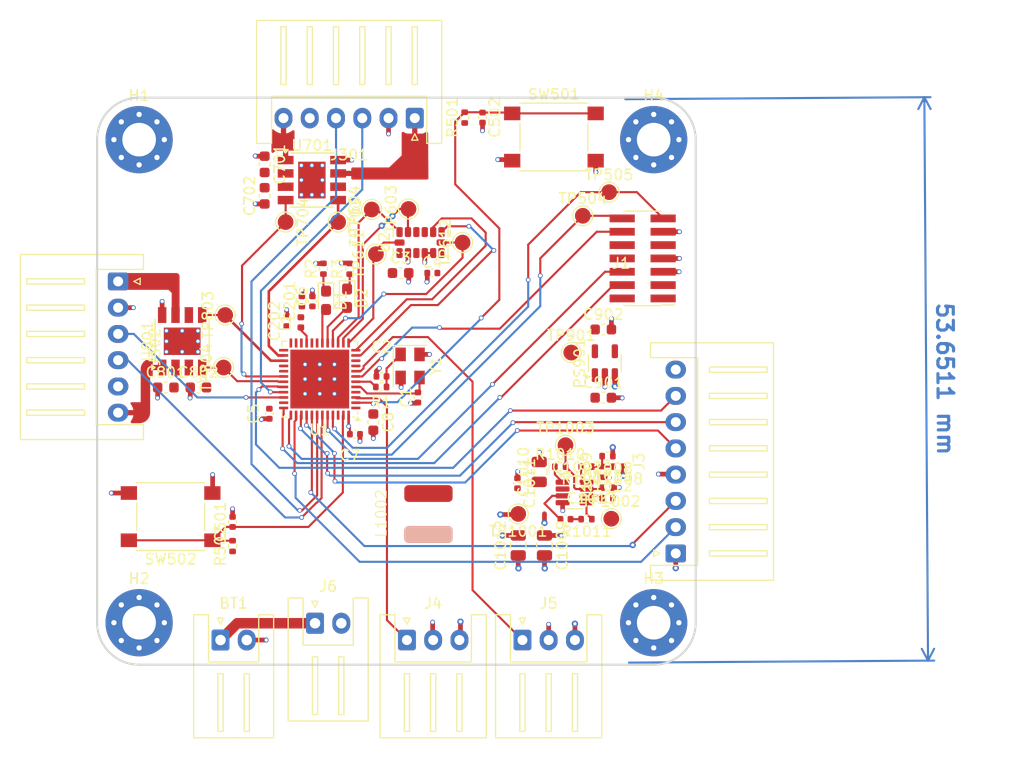
<source format=kicad_pcb>
(kicad_pcb (version 20240108) (generator "pcbnew") (generator_version "8.0")
  (title_block (title "Projet_VNOM"))
  (layers (0 "F.Cu" signal) (1 "In1.Cu" signal) (2 "In2.Cu" signal) (31 "B.Cu" signal) (34 "B.Paste" user) (35 "F.Paste" user) (36 "B.SilkS" user "B.Silkscreen") (37 "F.SilkS" user "F.Silkscreen") (38 "B.Mask" user) (39 "F.Mask" user) (44 "Edge.Cuts" user))
  (net 0 "")
  (net 1 "GND")
  (net 2 "Net-(BT1-+)")
  (net 3 "Net-(U1-PF0)")
  (net 4 "Net-(C2-Pad2)")
  (net 5 "+3.3V")
  (net 6 "+BATT")
  (net 7 "+5V")
  (net 8 "Net-(C1008-Pad2)")
  (net 9 "Net-(IC1002-SW)")
  (net 10 "Net-(C1013-Pad1)")
  (net 11 "Net-(IC1002-VCC)")
  (net 12 "/controle/LED_GREEN")
  (net 13 "Net-(D1-K)")
  (net 14 "/controle/LED_RED")
  (net 15 "Net-(D2-K)")
  (net 16 "Net-(IC1002-BST)")
  (net 17 "Net-(IC1002-PG)")
  (net 18 "Net-(IC1002-FB)")
  (net 19 "Net-(IC1002-EN{slash}SYNC)")
  (net 23 "/controle/SWCLK")
  (net 24 "/controle/VCP_RX")
  (net 26 "/controle/NRST")
  (net 27 "/controle/SWDIO")
  (net 29 "/controle/VCP_TX")
  (net 30 "/acquisition/EN_MOT")
  (net 31 "/acquisition/EN_LIDAR")
  (net 32 "/acquisition/VIT_MOT_LIDAR")
  (net 34 "/acquisition/RX_LIDAR")
  (net 35 "/acquisition/TX_LIDAR")
  (net 36 "/acquisition/TOF1")
  (net 37 "/acquisition/TOF2")
  (net 38 "/Deplacement/Driver_Motor1/OUT2")
  (net 39 "/Deplacement/Encoder B phase 1")
  (net 40 "/Deplacement/Encoder A phase 1")
  (net 41 "/Deplacement/Driver_Motor1/OUT1")
  (net 42 "/Deplacement/Encoder A phase 2")
  (net 43 "/Deplacement/Driver_Motor2/OUT1")
  (net 44 "/Deplacement/Encoder B phase 2")
  (net 45 "/Deplacement/Driver_Motor2/OUT2")
  (net 46 "Net-(U1-VDDA)")
  (net 48 "Net-(U1-PF1)")
  (net 49 "/controle/BTN_START")
  (net 50 "/controle/BTN_MODE")
  (net 53 "/acquisition/AG_MISO")
  (net 54 "/acquisition/AG_CSN")
  (net 55 "/acquisition/AG_INT2")
  (net 56 "/Deplacement/FWD2")
  (net 58 "/Deplacement/FWD1")
  (net 60 "/Deplacement/VREF1")
  (net 62 "/Deplacement/VREF2")
  (net 67 "/acquisition/AG_INT1")
  (net 68 "/acquisition/AG_MOSI")
  (net 69 "/acquisition/AG_SCLK")
  (footprint "Capacitor_SMD:C_0603_1608Metric" (layer "F.Cu") (at 89.2 63.575)
    (property "Reference" "C902")
    (property "Value" "1uF")
  )
  (footprint "Capacitor_SMD:C_0402_1005Metric" (layer "F.Cu") (at 81.025 78.22 -90)
    (property "Reference" "C1011")
    (property "Value" "0.1 uF")
  )
  (footprint "Capacitor_SMD:C_0402_1005Metric" (layer "F.Cu") (at 72.92 58.2 180)
    (property "Reference" "C4")
    (property "Value" "0.1 uF")
  )
  (footprint "Capacitor_SMD:C_0402_1005Metric" (layer "F.Cu") (at 68.08 68.05)
    (property "Reference" "C2")
    (property "Value" "10p")
  )
  (footprint "Resistor_SMD:R_0402_1005Metric" (layer "F.Cu") (at 89.1 77.14 -90)
    (property "Reference" "R1009")
    (property "Value" "7.68 k")
  )
  (footprint "TestPoint:TestPoint_Pad_D1.5mm" (layer "F.Cu") (at 67.55 56.4 90)
    (property "Reference" "TP611")
    (property "Value" "TestPoint")
  )
  (footprint "LED_SMD:LED_0603_1608Metric_Pad1.05x0.95mm_HandSolder" (layer "F.Cu") (at 62.8 60.8 -90)
    (property "Reference" "D1")
    (property "Value" "GREEN")
  )
  (footprint "Package_SO:Diodes_SO-8EP" (layer "F.Cu") (at 49.1 64.7 90)
    (property "Reference" "U801")
    (property "Value" "ZXBM5210-SP")
  )
  (footprint "Capacitor_SMD:C_0603_1608Metric" (layer "F.Cu") (at 56.9525 47.85 -90)
    (property "Reference" "C701")
    (property "Value" "1uF")
  )
  (footprint "LED_SMD:LED_0603_1608Metric_Pad1.05x0.95mm_HandSolder" (layer "F.Cu") (at 64.8 60.6 -90)
    (property "Reference" "D2")
    (property "Value" "RED")
  )
  (footprint "Connector_JST:JST_XH_S8B-XH-A_1x08_P2.50mm_Horizontal" (layer "F.Cu") (at 96.1 84.9 90)
    (property "Reference" "J3")
    (property "Value" "Conn_01x08")
  )
  (footprint "Capacitor_SMD:C_0805_2012Metric" (layer "F.Cu") (at 83.1 77.14 -90)
    (property "Reference" "C1010")
    (property "Value" "22 uF")
  )
  (footprint "TestPoint:TestPoint_Pad_D1.5mm" (layer "F.Cu") (at 85.6 74.595)
    (property "Reference" "TP1003")
    (property "Value" "TestPoint")
  )
  (footprint "Capacitor_SMD:C_0603_1608Metric" (layer "F.Cu") (at 47.5425 69.1)
    (property "Reference" "C801")
    (property "Value" "1uF")
  )
  (footprint "TestPoint:TestPoint_Pad_D1.5mm" (layer "F.Cu") (at 63.95 53.35 -90)
    (property "Reference" "TP703")
    (property "Value" "TestPoint")
  )
  (footprint "Package_SO:Diodes_SO-8EP" (layer "F.Cu") (at 61.45 49.35)
    (property "Reference" "U701")
    (property "Value" "ZXBM5210-SP")
  )
  (footprint "Package_TO_SOT_SMD:SOT-23-8" (layer "F.Cu") (at 86.4625 79.095)
    (property "Reference" "IC1002")
    (property "Value" "MP1475SGJ-P")
  )
  (footprint "Capacitor_SMD:C_0402_1005Metric" (layer "F.Cu") (at 59.05 62.78 90)
    (property "Reference" "C202")
    (property "Value" "100nF")
  )
  (footprint "Resistor_SMD:R_0402_1005Metric" (layer "F.Cu") (at 87.6 81.64 180)
    (property "Reference" "R1011")
    (property "Value" "20")
  )
  (footprint "Button_Switch_SMD:SW_Push_1P1T_NO_6x6mm_H9.5mm" (layer "F.Cu") (at 84.5 45.25)
    (property "Reference" "SW501")
    (property "Value" "SW_Push")
  )
  (footprint "Package_TO_SOT_SMD:SOT-23-5" (layer "F.Cu") (at 89.35 66.7875 90)
    (property "Reference" "PS901")
    (property "Value" "BU33SD5WG-TR")
  )
  (footprint "Resistor_SMD:R_0402_1005Metric" (layer "F.Cu") (at 76 43.4 90)
    (property "Reference" "R501")
    (property "Value" "470k")
  )
  (footprint "Resistor_SMD:R_0402_1005Metric" (layer "F.Cu") (at 65.05 57.8 90)
    (property "Reference" "R3")
    (property "Value" "1.3k")
  )
  (footprint "Connector_JST:JST_XH_S3B-XH-A_1x03_P2.50mm_Horizontal" (layer "F.Cu") (at 70.5 93.15)
    (property "Reference" "J4")
    (property "Value" "Conn_01x03")
  )
  (footprint "Connector_PinHeader_1.27mm:PinHeader_2x07_P1.27mm_Vertical_SMD" (layer "F.Cu") (at 92.95 56.81 180)
    (property "Reference" "J1")
    (property "Value" "Conn_ST_STDC14")
  )
  (footprint "Crystal:Crystal_SMD_EuroQuartz_MT-4Pin_3.2x2.5mm" (layer "F.Cu") (at 70.8 67.05 -90)
    (property "Reference" "Y1")
    (property "Value" "16 MHz")
  )
  (footprint "MountingHole:MountingHole_3.2mm_M3_Pad_Via" (layer "F.Cu") (at 94 45.5)
    (property "Reference" "H4")
    (property "Value" "MountingHole_Pad" (hide yes))
  )
  (footprint "TestPoint:TestPoint_Pad_D1.5mm" (layer "F.Cu") (at 70.65 52.1 90)
    (property "Reference" "TP603")
    (property "Value" "TestPoint")
  )
  (footprint "Resistor_SMD:R_0402_1005Metric" (layer "F.Cu") (at 89.6 79.64)
    (property "Reference" "R1012")
    (property "Value" "100k")
  )
  (footprint "MountingHole:MountingHole_3.2mm_M3_Pad_Via" (layer "F.Cu") (at 45 91.5)
    (property "Reference" "H2")
    (property "Value" "MountingHole_Pad" (hide yes))
  )
  (footprint "Capacitor_SMD:C_0402_1005Metric" (layer "F.Cu") (at 89.6 78.64)
    (property "Reference" "C1014")
    (property "Value" "0.1 uF")
  )
  (footprint "Package_DFN_QFN:QFN-48-1EP_7x7mm_P0.5mm_EP5.6x5.6mm" (layer "F.Cu") (at 62.2 68.3 180)
    (property "Reference" "U1")
    (property "Value" "STM32G431CBU6")
  )
  (footprint "Resistor_SMD:R_0402_1005Metric" (layer "F.Cu") (at 89.6 75.64 180)
    (property "Reference" "R1008")
    (property "Value" "40.2 k")
  )
  (footprint "Connector_JST:JST_XH_S2B-XH-A_1x02_P2.50mm_Horizontal" (layer "F.Cu") (at 52.75 93.15)
    (property "Reference" "BT1")
    (property "Value" "+7.2V")
  )
  (footprint "TestPoint:TestPoint_Pad_D1.5mm" (layer "F.Cu") (at 67.15 52.15 90)
    (property "Reference" "TP604")
    (property "Value" "TestPoint")
  )
  (footprint "TestPoint:TestPoint_Pad_D1.5mm" (layer "F.Cu") (at 53.0425 67.2 90)
    (property "Reference" "TP804")
    (property "Value" "TestPoint")
  )
  (footprint "TestPoint:TestPoint_Pad_D1.5mm" (layer "F.Cu") (at 53.195 62.2 90)
    (property "Reference" "TP803")
    (property "Value" "TestPoint")
  )
  (footprint "TestPoint:TestPoint_Pad_D1.5mm" (layer "F.Cu") (at 86.15 65.775)
    (property "Reference" "TP901")
    (property "Value" "TestPoint")
  )
  (footprint "TestPoint:TestPoint_Pad_D1.5mm" (layer "F.Cu") (at 87.25 52.75)
    (property "Reference" "TP504")
    (property "Value" "TestPoint")
  )
  (footprint "TestPoint:TestPoint_Pad_D1.5mm" (layer "F.Cu") (at 89.75 50.5)
    (property "Reference" "TP505")
    (property "Value" "TestPoint")
  )
  (footprint "Capacitor_SMD:C_0402_1005Metric" (layer "F.Cu") (at 77.7 43.4 -90)
    (property "Reference" "C502")
    (property "Value" "100nf")
  )
  (footprint "Connector_JST:JST_XH_S2B-XH-A_1x02_P2.50mm_Horizontal" (layer "F.Cu") (at 61.75 91.55)
    (property "Reference" "J6")
    (property "Value" "Switch ON/OFF")
  )
  (footprint "Capacitor_SMD:C_0402_1005Metric" (layer "F.Cu") (at 57.4 71.6 -90)
    (property "Reference" "C5")
    (property "Value" "100nF")
  )
  (footprint "Resistor_SMD:R_0402_1005Metric" (layer "F.Cu") (at 53.9 84.2 90)
    (property "Reference" "R502")
    (property "Value" "470k")
  )
  (footprint "Capacitor_SMD:C_0603_1608Metric" (layer "F.Cu") (at 50.6425 69.1)
    (property "Reference" "C802")
    (property "Value" "10uF")
  )
  (footprint "MountingHole:MountingHole_3.2mm_M3_Pad_Via" (layer "F.Cu") (at 94 91.5)
    (property "Reference" "H3")
    (property "Value" "MountingHole_Pad" (hide yes))
  )
  (footprint "Inductor_SMD:L_0402_1005Metric" (layer "F.Cu") (at 60.4 62.9 -90)
    (property "Reference" "L1")
    (property "Value" "39nH")
  )
  (footprint "Capacitor_SMD:C_0603_1608Metric" (layer "F.Cu") (at 56.9525 50.85 90)
    (property "Reference" "C702")
    (property "Value" "10uF")
  )
  (footprint "Capacitor_SMD:C_0603_1608Metric" (layer "F.Cu") (at 89.2 70.075)
    (property "Reference" "C901")
    (property "Value" "1uF")
  )
  (footprint "Capacitor_SMD:C_0805_2012Metric" (layer "F.Cu") (at 83.6 84.14 -90)
    (property "Reference" "C1009")
    (property "Value" "22 uF")
  )
  (footprint "Library:Inductance L1" (layer "F.Cu") (at 72.55 81.1 90)
    (property "Reference" "L1002")
    (property "Value" "4.7 uH")
  )
  (footprint "Connector_JST:JST_XH_S6B-XH-A_1x06_P2.50mm_Horizontal" (layer "F.Cu") (at 71.25 43.45 180)
    (property "Reference" "J301")
    (property "Value" "Conn_01x06")
  )
  (footprint "TestPoint:TestPoint_Pad_D1.5mm" (layer "F.Cu") (at 89.9625 81.595)
    (property "Reference" "TP1002")
    (property "Value" "TestPoint")
  )
  (footprint "Package_LGA:LGA-14_3x5mm_P0.8mm_LayoutBorder1x6y" (layer "F.Cu") (at 71.8 55.3 90)
    (property "Reference" "U2")
    (property "Value" "ADXL343")
  )
  (footprint "TestPoint:TestPoint_Pad_D1.5mm" (layer "F.Cu") (at 58.95 53.35 -90)
    (property "Reference" "TP704")
    (property "Value" "TestPoint")
  )
  (footprint "TestPoint:TestPoint_Pad_D1.5mm" (layer "F.Cu") (at 81.1 81.14 180)
    (property "Reference" "TP1001")
    (property "Value" "TestPoint")
  )
  (footprint "Connector_JST:JST_XH_S3B-XH-A_1x03_P2.50mm_Horizontal" (layer "F.Cu") (at 81.5 93.15)
    (property "Reference" "J5")
    (property "Value" "Conn_01x03")
  )
  (footprint "Capacitor_SMD:C_0402_1005Metric" (layer "F.Cu") (at 65.55 73.55)
    (property "Reference" "C7")
    (property "Value" "100nF")
  )
  (footprint "Resistor_SMD:R_0402_1005Metric" (layer "F.Cu") (at 87.6 76.64 180)
    (property "Reference" "R1007")
    (property "Value" "16 k")
  )
  (footprint "Capacitor_SMD:C_0402_1005Metric" (layer "F.Cu") (at 71.55 70.05 90)
    (property "Reference" "C1")
    (property "Value" "10p")
  )
  (footprint "Capacitor_SMD:C_0805_2012Metric" (layer "F.Cu") (at 81.1 84.14 90)
    (property "Reference" "C1012")
    (property "Value" "22 uF")
  )
  (footprint "Capacitor_SMD:C_0402_1005Metric" (layer "F.Cu") (at 85.6 81.64 180)
    (property "Reference" "C1013")
    (property "Value" "0.1 uF")
  )
  (footprint "Button_Switch_SMD:SW_Push_1P1T_NO_6x6mm_H9.5mm" (layer "F.Cu") (at 48 81.4 180)
    (property "Reference" "SW502")
    (property "Value" "SW_Push")
  )
  (footprint "Resistor_SMD:R_0402_1005Metric" (layer "F.Cu") (at 85.1 76.64)
    (property "Reference" "R1010")
    (property "Value" "100 k")
  )
  (footprint "Capacitor_SMD:C_0603_1608Metric" (layer "F.Cu") (at 69.9 58.2)
    (property "Reference" "C3")
    (property "Value" "10 uF")
  )
  (footprint "Connector_JST:JST_XH_S6B-XH-A_1x06_P2.50mm_Horizontal" (layer "F.Cu") (at 43 59 -90)
    (property "Reference" "J302")
    (property "Value" "Conn_01x06")
  )
  (footprint "Resistor_SMD:R_0402_1005Metric" (layer "F.Cu") (at 62.55 57.79 90)
    (property "Reference" "R2")
    (property "Value" "100")
  )
  (footprint "MountingHole:MountingHole_3.2mm_M3_Pad_Via" (layer "F.Cu") (at 45 45.5)
    (property "Reference" "H1")
    (property "Value" "MountingHole_Pad" (hide yes))
  )
  (footprint "Capacitor_SMD:C_0402_1005Metric" (layer "F.Cu") (at 53.9 81.9 90)
    (property "Reference" "C501")
    (property "Value" "100nf")
  )
  (footprint "Capacitor_SMD:C_0402_1005Metric" (layer "F.Cu") (at 61.5 60.9 90)
    (property "Reference" "C6")
    (property "Value" "100nF")
  )
  (footprint "Capacitor_SMD:C_0402_1005Metric" (layer "F.Cu") (at 90.6 76.64 180)
    (property "Reference" "C1008")
    (property "Value" "15 pF")
  )
  (footprint "Resistor_SMD:R_0402_1005Metric" (layer "F.Cu") (at 68.05 69.05 180)
    (property "Reference" "R1")
    (property "Value" "10")
  )
  (footprint "TestPoint:TestPoint_Pad_D1.5mm" (layer "F.Cu") (at 75.8 55.3 90)
    (property "Reference" "TP612")
    (property "Value" "TestPoint")
  )
  (footprint "Capacitor_SMD:C_0402_1005Metric" (layer "F.Cu") (at 60.5 60.9 90)
    (property "Reference" "C201")
    (property "Value" "10nF")
  )
  (footprint "Capacitor_SMD:C_0603_1608Metric" (layer "F.Cu") (at 67.3 72.4 -90)
    (property "Reference" "C8")
    (property "Value" "4.7uF")
  )
  (gr_line (start 45 41.5) (end 94 41.5) (stroke (width 0.2)) (layer "Edge.Cuts"))
  (gr_line (start 94 95.5) (end 45 95.5) (stroke (width 0.2)) (layer "Edge.Cuts"))
  (gr_line (start 98 45.5) (end 98 91.5) (stroke (width 0.2)) (layer "Edge.Cuts"))
  (gr_arc (start 98 91.5) (mid 96.828427 94.328427) (end 94 95.5) (stroke (width 0.2)) (layer "Edge.Cuts"))
  (gr_arc (start 41 45.5) (mid 42.171573 42.671573) (end 45 41.5) (stroke (width 0.2)) (layer "Edge.Cuts"))
  (gr_line (start 41 91.5) (end 41 45.5) (stroke (width 0.2)) (layer "Edge.Cuts"))
  (gr_arc (start 94 41.5) (mid 96.828427 42.671573) (end 98 45.5) (stroke (width 0.2)) (layer "Edge.Cuts"))
  (gr_arc (start 45 95.5) (mid 42.171573 94.328427) (end 41 91.5) (stroke (width 0.2)) (layer "Edge.Cuts"))
  (dimension (type aligned) (layer "B.Cu") (pts (xy 90.8 41.65) (xy 91.15 95.3)) (height -28.974152) (gr_text "53,6511 mm" (at 121.748497 68.27424 270.3737789) (layer "B.Cu") (effects (font (size 1.5 1.5) (thickness 0.3)))) (format (prefix "") (suffix "") (units 3) (units_format 1) (precision 4)) (style (thickness 0.2) (arrow_length 1.27) (text_position_mode 0) (extension_height 0.58642) (extension_offset 0.5) keep_text_aligned))
  (segment (start 85.325 80.07) (end 85.325 80.62) (width 0.45) (layer "F.Cu") (net 1))
  (segment (start 57.4 72.08) (end 56.72 72.08) (width 0.45) (layer "F.Cu") (net 1))
  (segment (start 81.1 83.19) (end 79.61 83.19) (width 0.45) (layer "F.Cu") (net 1))
  (segment (start 72.65 65.95) (end 71.7 65.95) (width 0.45) (layer "F.Cu") (net 1))
  (segment (start 81.05 77.715) (end 81.025 77.74) (width 0.2) (layer "F.Cu") (net 1))
  (segment (start 63.9475 47.445) (end 65.245 47.445) (width 0.45) (layer "F.Cu") (net 1))
  (segment (start 79.15 47.4) (end 80.425 47.4) (width 0.45) (layer "F.Cu") (net 1))
  (segment (start 56.9525 47.075) (end 56.075 47.075) (width 0.45) (layer "F.Cu") (net 1))
  (segment (start 80.425 47.4) (end 80.525 47.5) (width 0.2) (layer "F.Cu") (net 1))
  (segment (start 56.075 47.075) (end 56.05 47.05) (width 0.2) (layer "F.Cu") (net 1))
  (segment (start 43 61.5) (end 44.45 61.5) (width 0.45) (layer "F.Cu") (net 1))
  (segment (start 47.1925 60.9) (end 47.1925 62.2) (width 0.45) (layer "F.Cu") (net 1))
  (segment (start 57.1 93.15) (end 55.25 93.15) (width 0.45) (layer "F.Cu") (net 1))
  (segment (start 89.35 67.925) (end 89.35 69.05) (width 0.45) (layer "F.Cu") (net 1))
  (segment (start 49.85 70.0925) (end 49.85 70.1) (width 0.2) (layer "F.Cu") (net 1))
  (segment (start 71.48 70.6) (end 71.55 70.53) (width 0.2) (layer "F.Cu") (net 1))
  (segment (start 46.7675 70.075) (end 46.75 70.0925) (width 0.2) (layer "F.Cu") (net 1))
  (segment (start 56.9525 51.625) (end 56.075 51.625) (width 0.45) (layer "F.Cu") (net 1))
  (segment (start 94.9 58.08) (end 96.42 58.08) (width 0.45) (layer "F.Cu") (net 1))
  (segment (start 70.6 57.15) (end 70.6 56.3) (width 0.45) (layer "F.Cu") (net 1))
  (segment (start 72.2 56.3) (end 72.2 57.2) (width 0.45) (layer "F.Cu") (net 1))
  (segment (start 62.53 57.3) (end 62.55 57.28) (width 0.2) (layer "F.Cu") (net 1))
  (segment (start 68.75 43.45) (end 68.75 44.95) (width 0.45) (layer "F.Cu") (net 1))
  (segment (start 52 77.4) (end 52 79.125) (width 0.45) (layer "F.Cu") (net 1))
  (segment (start 47.1925 62.2) (end 47.195 62.2025) (width 0.2) (layer "F.Cu") (net 1))
  (segment (start 72.44 58.2) (end 72.44 59.01) (width 0.45) (layer "F.Cu") (net 1))
  (segment (start 81.05 77.1) (end 81.05 77.715) (width 0.45) (layer "F.Cu") (net 1))
  (segment (start 89.975 62.575) (end 90 62.55) (width 0.2) (layer "F.Cu") (net 1))
  (segment (start 90.705 78.64) (end 90.725 78.62) (width 0.2) (layer "F.Cu") (net 1))
  (segment (start 89.1 77.65) (end 89.755 77.65) (width 0.45) (layer "F.Cu") (net 1))
  (segment (start 49.8675 69.1) (end 49.8675 70.075) (width 0.45) (layer "F.Cu") (net 1))
  (segment (start 83.6 85.09) (end 83.6 86.295) (width 0.45) (layer "F.Cu") (net 1))
  (segment (start 70.675 58.2) (end 70.675 59.025) (width 0.45) (layer "F.Cu") (net 1))
  (segment (start 85.344207 80.639207) (end 85.344207 80.834983) (width 0.2) (layer "F.Cu") (net 1))
  (segment (start 94.9 54.27) (end 94.07 54.27) (width 0.2) (layer "F.Cu") (net 1))
  (segment (start 64.25 57.25) (end 65.01 57.25) (width 0.45) (layer "F.Cu") (net 1))
  (segment (start 53.9 81.42) (end 53.9 80.65) (width 0.45) (layer "F.Cu") (net 1))
  (segment (start 89.975 63.575) (end 89.975 62.575) (width 0.45) (layer "F.Cu") (net 1))
  (segment (start 85.325 80.62) (end 85.344207 80.639207) (width 0.2) (layer "F.Cu") (net 1))
  (segment (start 56.075 51.625) (end 56.05 51.6) (width 0.2) (layer "F.Cu") (net 1))
  (segment (start 49.8675 70.075) (end 49.85 70.0925) (width 0.2) (layer "F.Cu") (net 1))
  (segment (start 42.35 79.15) (end 44.025 79.15) (width 0.45) (layer "F.Cu") (net 1))
  (segment (start 70.675 56.375) (end 70.6 56.3) (width 0.2) (layer "F.Cu") (net 1))
  (segment (start 88.475 47.5) (end 88.475 48.575) (width 0.45) (layer "F.Cu") (net 1))
  (segment (start 94.45 77.35) (end 96.05 77.35) (width 0.45) (layer "F.Cu") (net 1))
  (segment (start 83.6 86.295) (end 83.625 86.32) (width 0.2) (layer "F.Cu") (net 1))
  (segment (start 67.874265 67.274265) (end 67.6 67.54853) (width 0.45) (layer "F.Cu") (net 1))
  (segment (start 84 91.65) (end 84 93.15) (width 0.45) (layer "F.Cu") (net 1))
  (segment (start 96.05 77.35) (end 96.1 77.4) (width 0.2) (layer "F.Cu") (net 1))
  (segment (start 94.9 56.81) (end 96.46 56.81) (width 0.45) (layer "F.Cu") (net 1))
  (segment (start 88.475 48.575) (end 88.5 48.6) (width 0.2) (layer "F.Cu") (net 1))
  (segment (start 77.7 43.88) (end 77.7 44.65) (width 0.45) (layer "F.Cu") (net 1))
  (segment (start 61.5 59.83) (end 61.5 60.42) (width 0.45) (layer "F.Cu") (net 1))
  (segment (start 90.975 70.075) (end 91 70.1) (width 0.2) (layer "F.Cu") (net 1))
  (segment (start 96.45 54.27) (end 94.9 54.27) (width 0.45) (layer "F.Cu") (net 1))
  (segment (start 83.125 76.165) (end 83.1 76.19) (width 0.2) (layer "F.Cu") (net 1))
  (segment (start 59.05 61.7) (end 59.05 62.3) (width 0.45) (layer "F.Cu") (net 1))
  (segment (start 72.95 93.1) (end 73 93.15) (width 0.2) (layer "F.Cu") (net 1))
  (segment (start 70.675 59.025) (end 70.65 59.05) (width 0.2) (layer "F.Cu") (net 1))
  (segment (start 83.125 75.27) (end 83.125 76.165) (width 0.45) (layer "F.Cu") (net 1))
  (segment (start 56.72 72.08) (end 56.65 72.15) (width 0.2) (layer "F.Cu") (net 1))
  (segment (start 66.03 73.55) (end 66.03 74.23) (width 0.45) (layer "F.Cu") (net 1))
  (segment (start 69.95 69.1) (end 69.95 68.2) (width 0.45) (layer "F.Cu") (net 1))
  (segment (start 65.245 47.445) (end 65.25 47.45) (width 0.2) (layer "F.Cu") (net 1))
  (segment (start 72.2 56.3) (end 73 56.3) (width 0.2) (layer "F.Cu") (net 1))
  (segment (start 72.95 91.45) (end 72.95 93.1) (width 0.45) (layer "F.Cu") (net 1))
  (segment (start 52 79.125) (end 51.975 79.15) (width 0.2) (layer "F.Cu") (net 1))
  (segment (start 69.95 68.2) (end 69.9 68.15) (width 0.2) (layer "F.Cu") (net 1))
  (segment (start 70.85 70.6) (end 71.48 70.6) (width 0.45) (layer "F.Cu") (net 1))
  (segment (start 60.5 59.83) (end 60.5 60.42) (width 0.45) (layer "F.Cu") (net 1))
  (segment (start 46.75 70.0925) (end 46.75 70.1) (width 0.2) (layer "F.Cu") (net 1))
  (segment (start 67.3 73.175) (end 67.3 73.95) (width 0.45) (layer "F.Cu") (net 1))
  (segment (start 89.755 77.65) (end 89.775 77.67) (width 0.2) (layer "F.Cu") (net 1))
  (segment (start 67.6 67.54853) (end 67.6 68.05) (width 0.45) (layer "F.Cu") (net 1))
  (segment (start 72.44 59.01) (end 72.4 59.05) (width 0.2) (layer "F.Cu") (net 1))
  (segment (start 89.975 70.075) (end 90.975 70.075) (width 0.45) (layer "F.Cu") (net 1))
  (segment (start 79.61 83.19) (end 79.6 83.2) (width 0.2) (layer "F.Cu") (net 1))
  (segment (start 46.7675 69.1) (end 46.7675 70.075) (width 0.45) (layer "F.Cu") (net 1))
  (segment (start 65.01 57.25) (end 65.05 57.29) (width 0.2) (layer "F.Cu") (net 1))
  (segment (start 61.8 57.3) (end 62.53 57.3) (width 0.45) (layer "F.Cu") (net 1))
  (segment (start 90.08 78.64) (end 90.705 78.64) (width 0.45) (layer "F.Cu") (net 1))
  (via (at 72.2 57.2) (size 0.45) (drill 0.3) (layers "F.Cu" "B.Cu") (net 1))
  (via (at 46.75 70.1) (size 0.45) (drill 0.3) (layers "F.Cu" "B.Cu") (net 1))
  (via (at 72.65 65.95) (size 0.45) (drill 0.3) (layers "F.Cu" "B.Cu") (net 1))
  (via (at 62.2 69.7) (size 0.45) (drill 0.3) (layers "F.Cu" "B.Cu") (net 1))
  (via (at 96.46 56.81) (size 0.45) (drill 0.3) (layers "F.Cu" "B.Cu") (net 1))
  (via (at 49.85 70.1) (size 0.45) (drill 0.3) (layers "F.Cu" "B.Cu") (net 1))
  (via (at 52 77.4) (size 0.45) (drill 0.3) (layers "F.Cu" "B.Cu") (net 1))
  (via (at 50.6 65.7) (size 0.45) (drill 0.3) (layers "F.Cu" "B.Cu") (net 1))
  (via (at 53.9 80.65) (size 0.45) (drill 0.3) (layers "F.Cu" "B.Cu") (net 1))
  (via (at 62.45 49.35) (size 0.45) (drill 0.3) (layers "F.Cu" "B.Cu") (net 1))
  (via (at 84 91.65) (size 0.45) (drill 0.3) (layers "F.Cu" "B.Cu") (net 1))
  (via (at 66.03 74.23) (size 0.45) (drill 0.3) (layers "F.Cu" "B.Cu") (net 1))
  (via (at 56.65 72.15) (size 0.45) (drill 0.3) (layers "F.Cu" "B.Cu") (net 1))
  (via (at 61.45 50.75) (size 0.45) (drill 0.3) (layers "F.Cu" "B.Cu") (net 1))
  (via (at 67.3 73.95) (size 0.45) (drill 0.3) (layers "F.Cu" "B.Cu") (net 1))
  (via (at 47.6 64.7) (size 0.45) (drill 0.3) (layers "F.Cu" "B.Cu") (net 1))
  (via (at 89.35 69.05) (size 0.45) (drill 0.3) (layers "F.Cu" "B.Cu") (net 1))
  (via (at 50.6 63.7) (size 0.45) (drill 0.3) (layers "F.Cu" "B.Cu") (net 1))
  (via (at 47.1925 60.9) (size 0.45) (drill 0.3) (layers "F.Cu" "B.Cu") (net 1))
  (via (at 77.7 44.65) (size 0.45) (drill 0.3) (layers "F.Cu" "B.Cu") (net 1))
  (via (at 60.45 49.35) (size 0.45) (drill 0.3) (layers "F.Cu" "B.Cu") (net 1))
  (via (at 60.45 47.95) (size 0.45) (drill 0.3) (layers "F.Cu" "B.Cu") (net 1))
  (via (at 62.2 66.9) (size 0.45) (drill 0.3) (layers "F.Cu" "B.Cu") (net 1))
  (via (at 72.95 91.45) (size 0.45) (drill 0.3) (layers "F.Cu" "B.Cu") (net 1))
  (via (at 61.5 59.83) (size 0.45) (drill 0.3) (layers "F.Cu" "B.Cu") (net 1))
  (via (at 42.35 79.15) (size 0.45) (drill 0.3) (layers "F.Cu" "B.Cu") (net 1))
  (via (at 49.1 65.7) (size 0.45) (drill 0.3) (layers "F.Cu" "B.Cu") (net 1))
  (via (at 63.6 66.9) (size 0.45) (drill 0.3) (layers "F.Cu" "B.Cu") (net 1))
  (via (at 64.25 57.25) (size 0.45) (drill 0.3) (layers "F.Cu" "B.Cu") (net 1))
  (via (at 68.75 44.95) (size 0.45) (drill 0.3) (layers "F.Cu" "B.Cu") (net 1))
  (via (at 90 62.55) (size 0.45) (drill 0.3) (layers "F.Cu" "B.Cu") (net 1))
  (via (at 83.625 86.32) (size 0.6) (drill 0.3) (layers "F.Cu" "B.Cu") (net 1))
  (via (at 70.6 57.15) (size 0.45) (drill 0.3) (layers "F.Cu" "B.Cu") (net 1))
  (via (at 63.6 68.3) (size 0.45) (drill 0.3) (layers "F.Cu" "B.Cu") (net 1))
  (via (at 60.8 68.3) (size 0.45) (drill 0.3) (layers "F.Cu" "B.Cu") (net 1))
  (via (at 96.42 58.08) (size 0.45) (drill 0.3) (layers "F.Cu" "B.Cu") (net 1))
  (via (at 70.85 70.6) (size 0.45) (drill 0.3) (layers "F.Cu" "B.Cu") (net 1))
  (via (at 62.45 47.95) (size 0.45) (drill 0.3) (layers "F.Cu" "B.Cu") (net 1))
  (via (at 56.05 51.6) (size 0.45) (drill 0.3) (layers "F.Cu" "B.Cu") (net 1))
  (via (at 56.05 47.05) (size 0.45) (drill 0.3) (layers "F.Cu" "B.Cu") (net 1))
  (via (at 96.45 54.27) (size 0.45) (drill 0.3) (layers "F.Cu" "B.Cu") (net 1))
  (via (at 81.05 77.1) (size 0.45) (drill 0.3) (layers "F.Cu" "B.Cu") (net 1))
  (via (at 60.45 50.75) (size 0.45) (drill 0.3) (layers "F.Cu" "B.Cu") (net 1))
  (via (at 62.45 50.75) (size 0.45) (drill 0.3) (layers "F.Cu" "B.Cu") (net 1))
  (via (at 79.15 47.4) (size 0.45) (drill 0.3) (layers "F.Cu" "B.Cu") (net 1))
  (via (at 90.725 78.62) (size 0.45) (drill 0.3) (layers "F.Cu" "B.Cu") (net 1))
  (via (at 60.5 59.83) (size 0.45) (drill 0.3) (layers "F.Cu" "B.Cu") (net 1))
  (via (at 91 70.1) (size 0.45) (drill 0.3) (layers "F.Cu" "B.Cu") (net 1))
  (via (at 59.05 61.7) (size 0.45) (drill 0.3) (layers "F.Cu" "B.Cu") (net 1))
  (via (at 70.65 59.05) (size 0.45) (drill 0.3) (layers "F.Cu" "B.Cu") (net 1))
  (via (at 47.6 63.7) (size 0.45) (drill 0.3) (layers "F.Cu" "B.Cu") (net 1))
  (via (at 61.45 47.95) (size 0.45) (drill 0.3) (layers "F.Cu" "B.Cu") (net 1))
  (via (at 60.8 66.9) (size 0.45) (drill 0.3) (layers "F.Cu" "B.Cu") (net 1))
  (via (at 65.25 47.45) (size 0.45) (drill 0.3) (layers "F.Cu" "B.Cu") (net 1))
  (via (at 44.45 61.5) (size 0.45) (drill 0.3) (layers "F.Cu" "B.Cu") (net 1))
  (via (at 50.6 64.7) (size 0.45) (drill 0.3) (layers "F.Cu" "B.Cu") (net 1))
  (via (at 88.5 48.6) (size 0.45) (drill 0.3) (layers "F.Cu" "B.Cu") (net 1))
  (via (at 79.6 83.2) (size 0.6) (drill 0.3) (layers "F.Cu" "B.Cu") (net 1))
  (via (at 60.8 69.7) (size 0.45) (drill 0.3) (layers "F.Cu" "B.Cu") (net 1))
  (via (at 47.6 65.7) (size 0.45) (drill 0.3) (layers "F.Cu" "B.Cu") (net 1))
  (via (at 61.8 57.3) (size 0.45) (drill 0.3) (layers "F.Cu" "B.Cu") (net 1))
  (via (at 49.1 63.7) (size 0.45) (drill 0.3) (layers "F.Cu" "B.Cu") (net 1))
  (via (at 72.4 59.05) (size 0.45) (drill 0.3) (layers "F.Cu" "B.Cu") (net 1))
  (via (at 69.95 69.1) (size 0.45) (drill 0.3) (layers "F.Cu" "B.Cu") (net 1))
  (via (at 67.874265 67.274265) (size 0.45) (drill 0.3) (layers "F.Cu" "B.Cu") (net 1))
  (via (at 94.45 77.35) (size 0.45) (drill 0.3) (layers "F.Cu" "B.Cu") (net 1))
  (via (at 63.6 69.7) (size 0.45) (drill 0.3) (layers "F.Cu" "B.Cu") (net 1))
  (via (at 83.125 75.27) (size 0.45) (drill 0.3) (layers "F.Cu" "B.Cu") (net 1))
  (via (at 62.2 68.3) (size 0.45) (drill 0.3) (layers "F.Cu" "B.Cu") (net 1))
  (via (at 57.1 93.15) (size 0.45) (drill 0.3) (layers "F.Cu" "B.Cu") (net 1))
  (via (at 85.344207 80.834983) (size 0.45) (drill 0.3) (layers "F.Cu" "B.Cu") (net 1))
  (via (at 89.775 77.67) (size 0.45) (drill 0.3) (layers "F.Cu" "B.Cu") (net 1))
  (segment (start 54.35 91.55) (end 52.75 93.15) (width 1) (layer "F.Cu") (net 2))
  (segment (start 61.75 91.55) (end 54.35 91.55) (width 1) (layer "F.Cu") (net 2))
  (segment (start 71.7 68.15) (end 71.7 69.42) (width 0.2) (layer "F.Cu") (net 3))
  (segment (start 71.55 69.57) (end 71.45 69.67) (width 0.2) (layer "F.Cu") (net 3))
  (segment (start 66.089386 69.05) (end 65.6375 69.05) (width 0.2) (layer "F.Cu") (net 3))
  (segment (start 71.7 69.42) (end 71.55 69.57) (width 0.2) (layer "F.Cu") (net 3))
  (segment (start 71.45 69.67) (end 66.709386 69.67) (width 0.2) (layer "F.Cu") (net 3))
  (segment (start 66.709386 69.67) (end 66.089386 69.05) (width 0.2) (layer "F.Cu") (net 3))
  (segment (start 68.56 67.29) (end 68.56 68.05) (width 0.2) (layer "F.Cu") (net 4))
  (segment (start 68.56 68.05) (end 68.56 69.05) (width 0.2) (layer "F.Cu") (net 4))
  (segment (start 69.9 65.95) (end 68.56 67.29) (width 0.2) (layer "F.Cu") (net 4))
  (segment (start 88.4 63.6) (end 88.425 63.575) (width 0.5) (layer "F.Cu") (net 5))
  (segment (start 94.9 59.35) (end 95.73 59.35) (width 0.2) (layer "F.Cu") (net 5))
  (segment (start 64.95 72.8) (end 64.95 71.7375) (width 0.25) (layer "F.Cu") (net 5))
  (segment (start 65.07 73.55) (end 65.07 72.92) (width 0.2) (layer "F.Cu") (net 5))
  (segment (start 65.07 72.92) (end 64.95 72.8) (width 0.2) (layer "F.Cu") (net 5))
  (via (at 64.95 72.8) (size 0.45) (drill 0.3) (layers "F.Cu" "B.Cu") (net 5))
  (segment (start 79.4 81.2) (end 81.04 81.2) (width 0.45) (layer "F.Cu") (net 7))
  (segment (start 90.1 75.63) (end 90.11 75.64) (width 0.2) (layer "F.Cu") (net 7))
  (segment (start 91.08 77.48) (end 91.1 77.5) (width 0.2) (layer "F.Cu") (net 7))
  (segment (start 75.6 91.4) (end 75.6 93.05) (width 0.45) (layer "F.Cu") (net 7))
  (segment (start 91.08 76.64) (end 91.08 77.48) (width 0.45) (layer "F.Cu") (net 7))
  (segment (start 90.3 67.925) (end 90.3 69) (width 0.45) (layer "F.Cu") (net 7))
  (segment (start 83.6 83.19) (end 85.19 83.19) (width 0.45) (layer "F.Cu") (net 7))
  (segment (start 81.1 85.09) (end 81.1 86.295) (width 0.45) (layer "F.Cu") (net 7))
  (segment (start 75.6 93.05) (end 75.5 93.15) (width 0.2) (layer "F.Cu") (net 7))
  (segment (start 86.5 91.6) (end 86.5 93.15) (width 0.45) (layer "F.Cu") (net 7))
  (segment (start 85.19 83.19) (end 85.2 83.2) (width 0.2) (layer "F.Cu") (net 7))
  (segment (start 90.1 74.8) (end 90.1 75.63) (width 0.45) (layer "F.Cu") (net 7))
  (segment (start 81.04 81.2) (end 81.1 81.14) (width 0.2) (layer "F.Cu") (net 7))
  (segment (start 83.6 82) (end 83.6 81.125) (width 0.45) (layer "F.Cu") (net 7))
  (segment (start 81.1 86.295) (end 81.125 86.32) (width 0.2) (layer "F.Cu") (net 7))
  (segment (start 96.1 84.9) (end 96.1 86.3) (width 0.45) (layer "F.Cu") (net 7))
  (via (at 90.1 74.8) (size 0.6) (drill 0.3) (layers "F.Cu" "B.Cu") (net 7))
  (via (at 79.4 81.2) (size 0.6) (drill 0.3) (layers "F.Cu" "B.Cu") (net 7))
  (via (at 75.6 91.4) (size 0.6) (drill 0.3) (layers "F.Cu" "B.Cu") (net 7))
  (via (at 81.125 86.32) (size 0.6) (drill 0.3) (layers "F.Cu" "B.Cu") (net 7))
  (via (at 90.3 69) (size 0.6) (drill 0.3) (layers "F.Cu" "B.Cu") (net 7))
  (via (at 91.1 77.5) (size 0.6) (drill 0.3) (layers "F.Cu" "B.Cu") (net 7))
  (via (at 85.2 83.2) (size 0.6) (drill 0.3) (layers "F.Cu" "B.Cu") (net 7))
  (via (at 83.6 82) (size 0.6) (drill 0.3) (layers "F.Cu" "B.Cu") (net 7))
  (via (at 96.1 86.3) (size 0.6) (drill 0.3) (layers "F.Cu" "B.Cu") (net 7))
  (via (at 86.5 91.6) (size 0.6) (drill 0.3) (layers "F.Cu" "B.Cu") (net 7))
  (segment (start 89.11 76.64) (end 89.1 76.63) (width 0.2) (layer "F.Cu") (net 8))
  (segment (start 89.09 76.62) (end 89.1 76.63) (width 0.2) (layer "F.Cu") (net 8))
  (segment (start 89.09 75.64) (end 89.09 76.62) (width 0.2) (layer "F.Cu") (net 8))
  (segment (start 88.11 76.64) (end 89.09 76.64) (width 0.2) (layer "F.Cu") (net 8))
  (segment (start 90.12 76.64) (end 89.11 76.64) (width 0.2) (layer "F.Cu") (net 8))
  (segment (start 89.09 76.64) (end 89.1 76.63) (width 0.2) (layer "F.Cu") (net 8))
  (segment (start 83.6 80.155) (end 84.335 79.42) (width 0.2) (layer "F.Cu") (net 9))
  (segment (start 84.335 79.42) (end 85.325 79.42) (width 0.2) (layer "F.Cu") (net 9))
  (segment (start 83.6 80.155) (end 85.085 81.64) (width 0.2) (layer "F.Cu") (net 9))
  (segment (start 85.085 81.64) (end 85.12 81.64) (width 0.2) (layer "F.Cu") (net 9))
  (segment (start 86.08 81.64) (end 87.09 81.64) (width 0.2) (layer "F.Cu") (net 10))
  (segment (start 85.6 76.63) (end 85.61 76.64) (width 0.2) (layer "F.Cu") (net 11))
  (segment (start 85.61 76.64) (end 86.425 77.455) (width 0.2) (layer "F.Cu") (net 11))
  (segment (start 86.575 78.77) (end 87.6 78.77) (width 0.2) (layer "F.Cu") (net 11))
  (segment (start 86.425 77.455) (end 86.425 78.62) (width 0.2) (layer "F.Cu") (net 11))
  (segment (start 86.425 78.62) (end 86.575 78.77) (width 0.2) (layer "F.Cu") (net 11))
  (segment (start 85.6 74.595) (end 85.6 76.63) (width 0.2) (layer "F.Cu") (net 11))
  (segment (start 88.99 78.77) (end 87.6 78.77) (width 0.2) (layer "F.Cu") (net 11))
  (segment (start 89.12 78.64) (end 88.99 78.77) (width 0.2) (layer "F.Cu") (net 11))
  (segment (start 62.45 62.025) (end 62.45 64.8625) (width 0.2) (layer "F.Cu") (net 12))
  (segment (start 62.8 61.675) (end 62.45 62.025) (width 0.2) (layer "F.Cu") (net 12))
  (segment (start 62.55 59.675) (end 62.8 59.925) (width 0.2) (layer "F.Cu") (net 13))
  (segment (start 62.55 58.3) (end 62.55 59.675) (width 0.2) (layer "F.Cu") (net 13))
  (segment (start 64.8 61.475) (end 62.95 63.325) (width 0.2) (layer "F.Cu") (net 14))
  (segment (start 62.95 63.325) (end 62.95 64.8625) (width 0.2) (layer "F.Cu") (net 14))
  (segment (start 63 64.8125) (end 62.95 64.8625) (width 0.2) (layer "F.Cu") (net 14))
  (segment (start 65.05 59.475) (end 64.8 59.725) (width 0.2) (layer "F.Cu") (net 15))
  (segment (start 65.05 58.31) (end 65.05 59.475) (width 0.2) (layer "F.Cu") (net 15))
  (segment (start 87.6 81.13) (end 88.11 81.64) (width 0.2) (layer "F.Cu") (net 16))
  (segment (start 87.6 80.07) (end 87.6 81.13) (width 0.2) (layer "F.Cu") (net 16))
  (segment (start 84.59 76.64) (end 84.59 77.385) (width 0.2) (layer "F.Cu") (net 17))
  (segment (start 84.59 77.385) (end 85.325 78.12) (width 0.2) (layer "F.Cu") (net 17))
  (segment (start 87.09 77.61) (end 87.6 78.12) (width 0.2) (layer "F.Cu") (net 18))
  (segment (start 87.09 76.64) (end 87.09 77.61) (width 0.2) (layer "F.Cu") (net 18))
  (segment (start 89.09 79.64) (end 88.87 79.42) (width 0.2) (layer "F.Cu") (net 19))
  (segment (start 88.87 79.42) (end 87.6 79.42) (width 0.2) (layer "F.Cu") (net 19))
  (segment (start 59.45 72) (end 59.45 71.7375) (width 0.2) (layer "F.Cu") (net 23))
  (segment (start 59.275 74.7) (end 59.275 72.175) (width 0.2) (layer "F.Cu") (net 23))
  (segment (start 91 58.08) (end 89.37 58.08) (width 0.2) (layer "F.Cu") (net 23))
  (segment (start 89.37 58.08) (end 78.65 68.8) (width 0.2) (layer "F.Cu") (net 23))
  (segment (start 59.275 72.175) (end 59.45 72) (width 0.2) (layer "F.Cu") (net 23))
  (segment (start 90.92 58) (end 91 58.08) (width 0.2) (layer "F.Cu") (net 23))
  (via (at 59.275 74.7) (size 0.45) (drill 0.3) (layers "F.Cu" "B.Cu") (net 23))
  (via (at 78.65 68.8) (size 0.45) (drill 0.3) (layers "F.Cu" "B.Cu") (net 23))
  (segment (start 71.55 75.9) (end 78.65 68.8) (width 0.2) (layer "B.Cu") (net 23))
  (segment (start 60.475 75.9) (end 71.55 75.9) (width 0.2) (layer "B.Cu") (net 23))
  (segment (start 59.275 74.7) (end 60.475 75.9) (width 0.2) (layer "B.Cu") (net 23))
  (segment (start 92.4 50.5) (end 94.9 53) (width 0.2) (layer "F.Cu") (net 24))
  (segment (start 63.619076 73.034772) (end 63.45 72.865696) (width 0.2) (layer "F.Cu") (net 24))
  (segment (start 89.75 50.5) (end 92.4 50.5) (width 0.2) (layer "F.Cu") (net 24))
  (segment (start 87.05 50.5) (end 82.05 55.5) (width 0.2) (layer "F.Cu") (net 24))
  (segment (start 63.45 72.865696) (end 63.45 71.7375) (width 0.2) (layer "F.Cu") (net 24))
  (segment (start 94.9 53) (end 95.8 53) (width 0.2) (layer "F.Cu") (net 24))
  (segment (start 82.05 55.5) (end 82.05 58.85) (width 0.2) (layer "F.Cu") (net 24))
  (segment (start 89.75 50.5) (end 87.05 50.5) (width 0.2) (layer "F.Cu") (net 24))
  (via (at 82.05 58.85) (size 0.45) (drill 0.3) (layers "F.Cu" "B.Cu") (net 24))
  (via (at 63.619076 73.034772) (size 0.45) (drill 0.3) (layers "F.Cu" "B.Cu") (net 24))
  (segment (start 82.05 61.4) (end 82.05 58.85) (width 0.2) (layer "B.Cu") (net 24))
  (segment (start 63.619076 73.034772) (end 63.619076 73.119076) (width 0.2) (layer "B.Cu") (net 24))
  (segment (start 68.6 74.85) (end 82.05 61.4) (width 0.2) (layer "B.Cu") (net 24))
  (segment (start 63.619076 73.119076) (end 65.35 74.85) (width 0.2) (layer "B.Cu") (net 24))
  (segment (start 65.35 74.85) (end 68.6 74.85) (width 0.2) (layer "B.Cu") (net 24))
  (segment (start 66.25 68.05) (end 65.6375 68.05) (width 0.2) (layer "F.Cu") (net 26))
  (segment (start 67.95 66.35) (end 66.25 68.05) (width 0.2) (layer "F.Cu") (net 26))
  (segment (start 73.7 63.5) (end 79.35 63.5) (width 0.2) (layer "F.Cu") (net 26))
  (segment (start 73.6 63.4) (end 73.7 63.5) (width 0.2) (layer "F.Cu") (net 26))
  (segment (start 88.58 54.27) (end 91 54.27) (width 0.2) (layer "F.Cu") (net 26))
  (segment (start 68.1 66.35) (end 67.95 66.35) (width 0.2) (layer "F.Cu") (net 26))
  (segment (start 79.35 63.5) (end 88.58 54.27) (width 0.2) (layer "F.Cu") (net 26))
  (segment (start 90.73 54) (end 91 54.27) (width 0.2) (layer "F.Cu") (net 26))
  (via (at 68.1 66.35) (size 0.45) (drill 0.3) (layers "F.Cu" "B.Cu") (net 26))
  (via (at 73.6 63.4) (size 0.45) (drill 0.3) (layers "F.Cu" "B.Cu") (net 26))
  (segment (start 73.6 63.4) (end 71 63.4) (width 0.2) (layer "B.Cu") (net 26))
  (segment (start 71 63.4) (end 68.1 66.3) (width 0.2) (layer "B.Cu") (net 26))
  (segment (start 68.1 66.3) (end 68.1 66.35) (width 0.2) (layer "B.Cu") (net 26))
  (segment (start 90.17 59.35) (end 79.47 70.05) (width 0.2) (layer "F.Cu") (net 27))
  (segment (start 58.664132 71.752002) (end 58.7625 71.653634) (width 0.2) (layer "F.Cu") (net 27))
  (segment (start 79.47 70.05) (end 79.35 70.05) (width 0.2) (layer "F.Cu") (net 27))
  (segment (start 91 59.35) (end 90.17 59.35) (width 0.2) (layer "F.Cu") (net 27))
  (segment (start 58.664132 74.922134) (end 58.664132 71.752002) (width 0.2) (layer "F.Cu") (net 27))
  (segment (start 58.7625 71.653634) (end 58.7625 71.05) (width 0.2) (layer "F.Cu") (net 27))
  (via (at 79.35 70.05) (size 0.45) (drill 0.3) (layers "F.Cu" "B.Cu") (net 27))
  (via (at 58.664132 74.922134) (size 0.45) (drill 0.3) (layers "F.Cu" "B.Cu") (net 27))
  (segment (start 60.041998 76.3) (end 73.1 76.3) (width 0.2) (layer "B.Cu") (net 27))
  (segment (start 73.1 76.3) (end 79.35 70.05) (width 0.2) (layer "B.Cu") (net 27))
  (segment (start 58.664132 74.922134) (end 60.041998 76.3) (width 0.2) (layer "B.Cu") (net 27))
  (segment (start 87.25 52.75) (end 90.75 52.75) (width 0.2) (layer "F.Cu") (net 29))
  (segment (start 87.25 52.75) (end 83.2 56.8) (width 0.2) (layer "F.Cu") (net 29))
  (segment (start 90.75 52.75) (end 91 53) (width 0.2) (layer "F.Cu") (net 29))
  (segment (start 62.984312 73.174695) (end 62.95 73.140383) (width 0.2) (layer "F.Cu") (net 29))
  (segment (start 83.2 56.8) (end 83.2 58.45) (width 0.2) (layer "F.Cu") (net 29))
  (segment (start 62.95 73.140383) (end 62.95 71.7375) (width 0.2) (layer "F.Cu") (net 29))
  (via (at 62.984312 73.174695) (size 0.45) (drill 0.3) (layers "F.Cu" "B.Cu") (net 29))
  (via (at 83.2 58.45) (size 0.45) (drill 0.3) (layers "F.Cu" "B.Cu") (net 29))
  (segment (start 65.309617 75.5) (end 69.05 75.5) (width 0.2) (layer "B.Cu") (net 29))
  (segment (start 83.2 61.35) (end 83.2 58.45) (width 0.2) (layer "B.Cu") (net 29))
  (segment (start 62.984312 73.174695) (end 65.309617 75.5) (width 0.2) (layer "B.Cu") (net 29))
  (segment (start 69.05 75.5) (end 83.2 61.35) (width 0.2) (layer "B.Cu") (net 29))
  (segment (start 81 73.2) (end 94.4 73.2) (width 0.2) (layer "F.Cu") (net 30))
  (segment (start 60.925 72.7) (end 60.95 72.675) (width 0.2) (layer "F.Cu") (net 30))
  (segment (start 94.4 73.2) (end 96.1 74.9) (width 0.2) (layer "F.Cu") (net 30))
  (segment (start 63.65003 78.025) (end 63.6 77.97497) (width 0.2) (layer "F.Cu") (net 30))
  (segment (start 60.95 72.675) (end 60.95 71.7375) (width 0.2) (layer "F.Cu") (net 30))
  (segment (start 63.6 77.97497) (end 63.6 75.375) (width 0.2) (layer "F.Cu") (net 30))
  (via (at 60.925 72.7) (size 0.45) (drill 0.3) (layers "F.Cu" "B.Cu") (net 30))
  (via (at 63.6 75.375) (size 0.45) (drill 0.3) (layers "F.Cu" "B.Cu") (net 30))
  (via (at 63.65003 78.025) (size 0.45) (drill 0.3) (layers "F.Cu" "B.Cu") (net 30))
  (via (at 81.01 73.2) (size 0.45) (drill 0.3) (layers "F.Cu" "B.Cu") (net 30))
  (segment (start 60.925 72.7) (end 60.967463 72.7) (width 0.2) (layer "B.Cu") (net 30))
  (segment (start 63.65003 78.025) (end 63.77503 78.15) (width 0.2) (layer "B.Cu") (net 30))
  (segment (start 63.425 75.2) (end 63.6 75.375) (width 0.2) (layer "B.Cu") (net 30))
  (segment (start 63.77503 78.15) (end 76.05 78.15) (width 0.2) (layer "B.Cu") (net 30))
  (segment (start 76.05 78.15) (end 80.85 73.35) (width 0.2) (layer "B.Cu") (net 30))
  (segment (start 63.425 75.157537) (end 63.425 75.2) (width 0.2) (layer "B.Cu") (net 30))
  (segment (start 60.967463 72.7) (end 63.425 75.157537) (width 0.2) (layer "B.Cu") (net 30))
  (segment (start 80.6 72.45) (end 80.65 72.4) (width 0.2) (layer "F.Cu") (net 31))
  (segment (start 62.95 77.275) (end 62.9 77.225) (width 0.2) (layer "F.Cu") (net 31))
  (segment (start 60.358614 72.958849) (end 60.4 72.917463) (width 0.2) (layer "F.Cu") (net 31))
  (segment (start 60.4 72.917463) (end 60.4 71.7875) (width 0.2) (layer "F.Cu") (net 31))
  (segment (start 80.65 72.4) (end 96.1 72.4) (width 0.2) (layer "F.Cu") (net 31))
  (segment (start 62.9 77.225) (end 62.9 75.375) (width 0.2) (layer "F.Cu") (net 31))
  (segment (start 60.4 71.7875) (end 60.45 71.7375) (width 0.2) (layer "F.Cu") (net 31))
  (segment (start 60.358614 73.01892) (end 60.358614 72.958849) (width 0.2) (layer "F.Cu") (net 31))
  (via (at 62.95 77.275) (size 0.45) (drill 0.3) (layers "F.Cu" "B.Cu") (net 31))
  (via (at 60.358614 73.01892) (size 0.45) (drill 0.3) (layers "F.Cu" "B.Cu") (net 31))
  (via (at 80.6 72.45) (size 0.45) (drill 0.3) (layers "F.Cu" "B.Cu") (net 31))
  (via (at 62.9 75.375) (size 0.45) (drill 0.3) (layers "F.Cu" "B.Cu") (net 31))
  (segment (start 62.714694 75.375) (end 62.9 75.375) (width 0.2) (layer "B.Cu") (net 31))
  (segment (start 63.175 77.5) (end 75.55 77.5) (width 0.2) (layer "B.Cu") (net 31))
  (segment (start 75.55 77.5) (end 80.6 72.45) (width 0.2) (layer "B.Cu") (net 31))
  (segment (start 60.358614 73.01892) (end 62.714694 75.375) (width 0.2) (layer "B.Cu") (net 31))
  (segment (start 62.95 77.275) (end 63.175 77.5) (width 0.2) (layer "B.Cu") (net 31))
  (segment (start 58.3 69.05) (end 58.7625 69.05) (width 0.2) (layer "F.Cu") (net 32))
  (segment (start 56.7 69) (end 58.25 69) (width 0.2) (layer "F.Cu") (net 32))
  (segment (start 96.1 69.9) (end 94.7 71.3) (width 0.2) (layer "F.Cu") (net 32))
  (segment (start 94.7 71.3) (end 80.35 71.3) (width 0.2) (layer "F.Cu") (net 32))
  (segment (start 58.179242 69.05) (end 58.3 69.05) (width 0.2) (layer "F.Cu") (net 32))
  (segment (start 56.4 69.3) (end 56.7 69) (width 0.2) (layer "F.Cu") (net 32))
  (segment (start 58.25 69) (end 58.3 69.05) (width 0.2) (layer "F.Cu") (net 32))
  (via (at 56.4 69.3) (size 0.45) (drill 0.3) (layers "F.Cu" "B.Cu") (net 32))
  (via (at 80.35 71.3) (size 0.45) (drill 0.3) (layers "F.Cu" "B.Cu") (net 32))
  (segment (start 74.9 76.75) (end 80.35 71.3) (width 0.2) (layer "B.Cu") (net 32))
  (segment (start 58.35 76.75) (end 74.9 76.75) (width 0.2) (layer "B.Cu") (net 32))
  (segment (start 56.4 69.3) (end 56.125 69.575) (width 0.2) (layer "B.Cu") (net 32))
  (segment (start 56.125 69.575) (end 56.125 74.525) (width 0.2) (layer "B.Cu") (net 32))
  (segment (start 56.125 74.525) (end 58.35 76.75) (width 0.2) (layer "B.Cu") (net 32))
  (segment (start 61.45 79) (end 61.35 79.1) (width 0.2) (layer "F.Cu") (net 34))
  (segment (start 92 84.1) (end 92 84) (width 0.2) (layer "F.Cu") (net 34))
  (segment (start 92 84) (end 96.1 79.9) (width 0.2) (layer "F.Cu") (net 34))
  (segment (start 61.45 71.7375) (end 61.45 79) (width 0.2) (layer "F.Cu") (net 34))
  (via (at 61.35 79.1) (size 0.45) (drill 0.3) (layers "F.Cu" "B.Cu") (net 34))
  (via (at 92 84.1) (size 0.6) (drill 0.3) (layers "F.Cu" "B.Cu") (net 34))
  (segment (start 66.45 84.2) (end 61.35 79.1) (width 0.2) (layer "B.Cu") (net 34))
  (segment (start 91.9 84.2) (end 66.45 84.2) (width 0.2) (layer "B.Cu") (net 34))
  (segment (start 92 84.1) (end 91.9 84.2) (width 0.2) (layer "B.Cu") (net 34))
  (segment (start 59.8 72.339386) (end 59.95 72.189386) (width 0.2) (layer "F.Cu") (net 35))
  (segment (start 59.8 77.3) (end 59.8 72.339386) (width 0.2) (layer "F.Cu") (net 35))
  (segment (start 59.95 72.189386) (end 59.95 71.7375) (width 0.2) (layer "F.Cu") (net 35))
  (via (at 59.8 77.3) (size 0.45) (drill 0.3) (layers "F.Cu" "B.Cu") (net 35))
  (segment (start 59.9 79.6) (end 59.9 77.4) (width 0.2) (layer "B.Cu") (net 35))
  (segment (start 96.1 82.4) (end 92.8 85.7) (width 0.2) (layer "B.Cu") (net 35))
  (segment (start 66.025 85.7) (end 66 85.7) (width 0.2) (layer "B.Cu") (net 35))
  (segment (start 59.9 77.4) (end 59.8 77.3) (width 0.2) (layer "B.Cu") (net 35))
  (segment (start 92.8 85.7) (end 66.05 85.7) (width 0.2) (layer "B.Cu") (net 35))
  (segment (start 66 85.7) (end 59.9 79.6) (width 0.2) (layer "B.Cu") (net 35))
  (segment (start 65.7125 70.125) (end 67.825 70.125) (width 0.2) (layer "F.Cu") (net 36))
  (segment (start 65.6375 70.05) (end 65.7125 70.125) (width 0.2) (layer "F.Cu") (net 36))
  (segment (start 67.825 70.125) (end 68.6 70.9) (width 0.2) (layer "F.Cu") (net 36))
  (segment (start 68.6 70.9) (end 68.6 91.25) (width 0.2) (layer "F.Cu") (net 36))
  (segment (start 68.6 91.25) (end 70.5 93.15) (width 0.2) (layer "F.Cu") (net 36))
  (segment (start 66.375 67.075) (end 66.375 67.264386) (width 0.2) (layer "F.Cu") (net 37))
  (segment (start 66.089386 67.55) (end 65.6375 67.55) (width 0.2) (layer "F.Cu") (net 37))
  (segment (start 81.5 93.15) (end 76.75 88.4) (width 0.2) (layer "F.Cu") (net 37))
  (segment (start 72.5 64.3) (end 69.15 64.3) (width 0.2) (layer "F.Cu") (net 37))
  (segment (start 66.375 67.264386) (end 66.089386 67.55) (width 0.2) (layer "F.Cu") (net 37))
  (segment (start 69.15 64.3) (end 66.375 67.075) (width 0.2) (layer "F.Cu") (net 37))
  (segment (start 76.75 68.55) (end 72.5 64.3) (width 0.2) (layer "F.Cu") (net 37))
  (segment (start 76.75 88.4) (end 76.75 68.55) (width 0.2) (layer "F.Cu") (net 37))
  (segment (start 64.1325 48.9) (end 63.9475 48.715) (width 0.2) (layer "F.Cu") (net 38))
  (segment (start 57.525 69.55) (end 58.7625 69.55) (width 0.2) (layer "F.Cu") (net 39))
  (segment (start 57.5 69.525) (end 57.525 69.55) (width 0.2) (layer "F.Cu") (net 39))
  (via (at 57.5 69.525) (size 0.45) (drill 0.3) (layers "F.Cu" "B.Cu") (net 39))
  (segment (start 66.25 50.25) (end 66.25 43.45) (width 0.2) (layer "B.Cu") (net 39))
  (segment (start 57.5 69.525) (end 56.6 68.625) (width 0.2) (layer "B.Cu") (net 39))
  (segment (start 56.6 59.9) (end 66.25 50.25) (width 0.2) (layer "B.Cu") (net 39))
  (segment (start 56.6 68.625) (end 56.6 59.9) (width 0.2) (layer "B.Cu") (net 39))
  (segment (start 61.95 79.4) (end 61.95 71.7375) (width 0.2) (layer "F.Cu") (net 40))
  (segment (start 60.3 80.8) (end 60.525 80.8) (width 0.2) (layer "F.Cu") (net 40))
  (segment (start 60.525 80.8) (end 61.925 79.4) (width 0.2) (layer "F.Cu") (net 40))
  (via (at 60.3 80.8) (size 0.45) (drill 0.3) (layers "F.Cu" "B.Cu") (net 40))
  (segment (start 55.7 76.4) (end 55.7 59) (width 0.2) (layer "B.Cu") (net 40))
  (segment (start 60.3 80.8) (end 60.1 80.8) (width 0.2) (layer "B.Cu") (net 40))
  (segment (start 60.1 80.8) (end 55.7 76.4) (width 0.2) (layer "B.Cu") (net 40))
  (segment (start 55.7 59) (end 63.75 50.95) (width 0.2) (layer "B.Cu") (net 40))
  (segment (start 63.75 50.95) (end 63.75 43.45) (width 0.2) (layer "B.Cu") (net 40))
  (segment (start 61.9 80.057536) (end 60.478768 81.478768) (width 0.2) (layer "F.Cu") (net 42))
  (segment (start 62.45 71.7375) (end 62.45 72.85) (width 0.2) (layer "F.Cu") (net 42))
  (segment (start 62.375 79.625) (end 61.942464 80.057536) (width 0.2) (layer "F.Cu") (net 42))
  (segment (start 61.942464 80.057536) (end 61.9 80.057536) (width 0.2) (layer "F.Cu") (net 42))
  (segment (start 62.45 72.85) (end 62.375 72.925) (width 0.2) (layer "F.Cu") (net 42))
  (segment (start 62.375 72.925) (end 62.375 79.625) (width 0.2) (layer "F.Cu") (net 42))
  (via (at 60.478768 81.478768) (size 0.45) (drill 0.3) (layers "F.Cu" "B.Cu") (net 42))
  (segment (start 43.925 66.5) (end 43 66.5) (width 0.2) (layer "B.Cu") (net 42))
  (segment (start 58.903768 81.478768) (end 43.925 66.5) (width 0.2) (layer "B.Cu") (net 42))
  (segment (start 60.478768 81.478768) (end 58.903768 81.478768) (width 0.2) (layer "B.Cu") (net 42))
  (segment (start 43 71.5) (end 42.7 71.8) (width 0.2) (layer "F.Cu") (net 43))
  (segment (start 55.175 70.05) (end 58.7625 70.05) (width 0.2) (layer "F.Cu") (net 44))
  (via (at 55.175 70.05) (size 0.45) (drill 0.3) (layers "F.Cu" "B.Cu") (net 44))
  (segment (start 44.492463 64) (end 43 64) (width 0.2) (layer "B.Cu") (net 44))
  (segment (start 50.542463 70.05) (end 44.492463 64) (width 0.2) (layer "B.Cu") (net 44))
  (segment (start 55.175 70.05) (end 50.542463 70.05) (width 0.2) (layer "B.Cu") (net 44))
  (segment (start 48.465 61.851) (end 48.465 62.2025) (width 0.2) (layer "F.Cu") (net 45))
  (segment (start 60.3 63.535) (end 60.95 64.185) (width 0.2) (layer "F.Cu") (net 46))
  (segment (start 60.95 64.185) (end 60.95 64.8625) (width 0.2) (layer "F.Cu") (net 46))
  (segment (start 67.04 68.55) (end 65.6375 68.55) (width 0.2) (layer "F.Cu") (net 48))
  (segment (start 67.54 69.05) (end 67.04 68.55) (width 0.2) (layer "F.Cu") (net 48))
  (segment (start 76 42.89) (end 77.67 42.89) (width 0.2) (layer "F.Cu") (net 49))
  (segment (start 77.7 42.92) (end 80.445 42.92) (width 0.2) (layer "F.Cu") (net 49))
  (segment (start 80.525 43) (end 88.475 43) (width 0.2) (layer "F.Cu") (net 49))
  (segment (start 75.1 49.751471) (end 75.1 43.79) (width 0.2) (layer "F.Cu") (net 49))
  (segment (start 75.1 43.79) (end 76 42.89) (width 0.2) (layer "F.Cu") (net 49))
  (segment (start 67.3 70.65) (end 67.2 70.55) (width 0.2) (layer "F.Cu") (net 49))
  (segment (start 77.575 62.475) (end 79.3 60.75) (width 0.2) (layer "F.Cu") (net 49))
  (segment (start 67.2 70.55) (end 65.6375 70.55) (width 0.2) (layer "F.Cu") (net 49))
  (segment (start 77.67 42.89) (end 77.7 42.92) (width 0.2) (layer "F.Cu") (net 49))
  (segment (start 79.3 60.75) (end 79.3 53.951471) (width 0.2) (layer "F.Cu") (net 49))
  (segment (start 79.3 53.951471) (end 75.1 49.751471) (width 0.2) (layer "F.Cu") (net 49))
  (segment (start 80.445 42.92) (end 80.525 43) (width 0.2) (layer "F.Cu") (net 49))
  (via (at 77.575 62.475) (size 0.45) (drill 0.3) (layers "F.Cu" "B.Cu") (net 49))
  (via (at 67.3 70.65) (size 0.45) (drill 0.3) (layers "F.Cu" "B.Cu") (net 49))
  (segment (start 69.6 70.5) (end 67.45 70.5) (width 0.2) (layer "B.Cu") (net 49))
  (segment (start 77.575 62.475) (end 77.575 62.525) (width 0.2) (layer "B.Cu") (net 49))
  (segment (start 67.45 70.5) (end 67.3 70.65) (width 0.2) (layer "B.Cu") (net 49))
  (segment (start 77.575 62.525) (end 69.6 70.5) (width 0.2) (layer "B.Cu") (net 49))
  (segment (start 51.975 83.65) (end 44.025 83.65) (width 0.2) (layer "F.Cu") (net 50))
  (segment (start 53.9 82.38) (end 53.245 82.38) (width 0.2) (layer "F.Cu") (net 50))
  (segment (start 53.245 82.38) (end 51.975 83.65) (width 0.2) (layer "F.Cu") (net 50))
  (segment (start 64.4 79.1) (end 64.4 71.7875) (width 0.2) (layer "F.Cu") (net 50))
  (segment (start 53.9 83.69) (end 52.015 83.69) (width 0.2) (layer "F.Cu") (net 50))
  (segment (start 52.015 83.69) (end 51.975 83.65) (width 0.2) (layer "F.Cu") (net 50))
  (segment (start 61.12 82.38) (end 64.4 79.1) (width 0.2) (layer "F.Cu") (net 50))
  (segment (start 53.9 82.38) (end 61.12 82.38) (width 0.2) (layer "F.Cu") (net 50))
  (segment (start 64.4 71.7875) (end 64.45 71.7375) (width 0.2) (layer "F.Cu") (net 50))
  (segment (start 64.45 64.410614) (end 64.45 64.8625) (width 0.2) (layer "F.Cu") (net 53))
  (segment (start 70.6 52.15) (end 70.65 52.1) (width 0.2) (layer "F.Cu") (net 53))
  (segment (start 69.124265 52.775735) (end 69.8 52.1) (width 0.2) (layer "F.Cu") (net 53))
  (segment (start 70.6 54.3) (end 70.6 52.15) (width 0.2) (layer "F.Cu") (net 53))
  (segment (start 66.3 55.5) (end 66.3 62.560614) (width 0.2) (layer "F.Cu") (net 53))
  (segment (start 69.8 52.1) (end 70.65 52.1) (width 0.2) (layer "F.Cu") (net 53))
  (segment (start 66.3 62.560614) (end 64.45 64.410614) (width 0.2) (layer "F.Cu") (net 53))
  (segment (start 68.1 53.7) (end 66.3 55.5) (width 0.2) (layer "F.Cu") (net 53))
  (via (at 69.124265 52.775735) (size 0.6) (drill 0.3) (layers "F.Cu" "B.Cu") (net 53))
  (via (at 68.1 53.7) (size 0.6) (drill 0.3) (layers "F.Cu" "B.Cu") (net 53))
  (segment (start 69.124265 52.775735) (end 68.2 53.7) (width 0.2) (layer "B.Cu") (net 53))
  (segment (start 68.2 53.7) (end 68.1 53.7) (width 0.2) (layer "B.Cu") (net 53))
  (segment (start 75.8 56.736134) (end 75.65 56.886134) (width 0.2) (layer "F.Cu") (net 54))
  (segment (start 73.8 55.3) (end 74.274999 55.3) (width 0.2) (layer "F.Cu") (net 54))
  (segment (start 72.336134 60.2) (end 68.3 60.2) (width 0.2) (layer "F.Cu") (net 54))
  (segment (start 75.8 55.3) (end 75.8 56.736134) (width 0.2) (layer "F.Cu") (net 54))
  (segment (start 73.915552 55.3) (end 73.8 55.3) (width 0.2) (layer "F.Cu") (net 54))
  (segment (start 64.65 62.5) (end 63.45 63.7) (width 0.2) (layer "F.Cu") (net 54))
  (segment (start 75.65 56.886134) (end 72.336134 60.2) (width 0.2) (layer "F.Cu") (net 54))
  (segment (start 63.45 63.7) (end 63.45 64.8625) (width 0.2) (layer "F.Cu") (net 54))
  (segment (start 73.8 55.3) (end 75.8 55.3) (width 0.2) (layer "F.Cu") (net 54))
  (via (at 68.3 60.2) (size 0.45) (drill 0.3) (layers "F.Cu" "B.Cu") (net 54))
  (via (at 64.65 62.5) (size 0.45) (drill 0.3) (layers "F.Cu" "B.Cu") (net 54))
  (segment (start 66 62.5) (end 64.65 62.5) (width 0.2) (layer "B.Cu") (net 54))
  (segment (start 68.3 60.2) (end 66 62.5) (width 0.2) (layer "B.Cu") (net 54))
  (segment (start 78 55.6) (end 72.9 60.7) (width 0.2) (layer "F.Cu") (net 55))
  (segment (start 70.4875 60.7) (end 65.6375 65.55) (width 0.2) (layer "F.Cu") (net 55))
  (segment (start 72.9 60.7) (end 70.4875 60.7) (width 0.2) (layer "F.Cu") (net 55))
  (segment (start 78 54.35) (end 78 55.6) (width 0.2) (layer "F.Cu") (net 55))
  (segment (start 73 54.3) (end 73 53.825001) (width 0.2) (layer "F.Cu") (net 55))
  (segment (start 76.65 53) (end 78 54.35) (width 0.2) (layer "F.Cu") (net 55))
  (segment (start 73.825001 53) (end 76.65 53) (width 0.2) (layer "F.Cu") (net 55))
  (segment (start 73 53.825001) (end 73.825001 53) (width 0.2) (layer "F.Cu") (net 55))
  (segment (start 58.194927 68.5) (end 58.244927 68.55) (width 0.2) (layer "F.Cu") (net 56))
  (segment (start 58.244927 68.55) (end 58.7625 68.55) (width 0.2) (layer "F.Cu") (net 56))
  (segment (start 53.0425 67.2) (end 54.3425 68.5) (width 0.2) (layer "F.Cu") (net 56))
  (segment (start 53.0425 67.2) (end 51.0075 67.2) (width 0.2) (layer "F.Cu") (net 56))
  (segment (start 51.0075 67.2) (end 51.005 67.1975) (width 0.2) (layer "F.Cu") (net 56))
  (segment (start 54.3425 68.5) (end 58.194927 68.5) (width 0.2) (layer "F.Cu") (net 56))
  (segment (start 54.975 67.825) (end 55.2 68.05) (width 0.2) (layer "F.Cu") (net 58))
  (segment (start 58.9525 51.255) (end 58.9525 53.3475) (width 0.2) (layer "F.Cu") (net 58))
  (segment (start 55.2 68.05) (end 58.7625 68.05) (width 0.2) (layer "F.Cu") (net 58))
  (segment (start 54.768732 63.031268) (end 54.8 63) (width 0.2) (layer "F.Cu") (net 58))
  (segment (start 54.8 63) (end 54.8 57.5) (width 0.2) (layer "F.Cu") (net 58))
  (segment (start 58.9525 53.3475) (end 58.95 53.35) (width 0.2) (layer "F.Cu") (net 58))
  (segment (start 54.8 57.5) (end 58.95 53.35) (width 0.2) (layer "F.Cu") (net 58))
  (via (at 54.975 67.825) (size 0.45) (drill 0.3) (layers "F.Cu" "B.Cu") (net 58))
  (via (at 54.768732 63.031268) (size 0.45) (drill 0.3) (layers "F.Cu" "B.Cu") (net 58))
  (segment (start 54.975 67.825) (end 54.75 67.6) (width 0.2) (layer "B.Cu") (net 58))
  (segment (start 54.75 67.6) (end 54.75 63.05) (width 0.2) (layer "B.Cu") (net 58))
  (segment (start 54.75 63.05) (end 54.768732 63.031268) (width 0.2) (layer "B.Cu") (net 58))
  (segment (start 63.95 53.35) (end 57.35 59.95) (width 0.25) (layer "F.Cu") (net 60))
  (segment (start 57.35 65.15) (end 58.25 66.05) (width 0.25) (layer "F.Cu") (net 60))
  (segment (start 63.9475 53.3475) (end 63.95 53.35) (width 0.25) (layer "F.Cu") (net 60))
  (segment (start 58.25 66.05) (end 58.7625 66.05) (width 0.25) (layer "F.Cu") (net 60))
  (segment (start 63.9475 51.255) (end 63.9475 53.3475) (width 0.25) (layer "F.Cu") (net 60))
  (segment (start 57.35 59.95) (end 57.35 65.15) (width 0.25) (layer "F.Cu") (net 60))
  (segment (start 51.0075 62.2) (end 51.005 62.2025) (width 0.2) (layer "F.Cu") (net 62))
  (segment (start 53.195 62.2) (end 51.0075 62.2) (width 0.2) (layer "F.Cu") (net 62))
  (segment (start 53.195 62.2) (end 57.545 66.55) (width 0.25) (layer "F.Cu") (net 62))
  (segment (start 57.545 66.55) (end 58.7625 66.55) (width 0.25) (layer "F.Cu") (net 62))
  (segment (start 78.775 56.05) (end 78.65 56.05) (width 0.2) (layer "F.Cu") (net 67))
  (segment (start 74.35 53.75) (end 73.8 54.3) (width 0.2) (layer "F.Cu") (net 67))
  (segment (start 78.65 56.05) (end 73.45 61.25) (width 0.2) (layer "F.Cu") (net 67))
  (segment (start 70.889386 61.25) (end 66.089386 66.05) (width 0.2) (layer "F.Cu") (net 67))
  (segment (start 73.45 61.25) (end 70.889386 61.25) (width 0.2) (layer "F.Cu") (net 67))
  (segment (start 76.400735 53.75) (end 74.35 53.75) (width 0.2) (layer "F.Cu") (net 67))
  (segment (start 66.089386 66.05) (end 65.6375 66.05) (width 0.2) (layer "F.Cu") (net 67))
  (via (at 78.775 56.05) (size 0.45) (drill 0.3) (layers "F.Cu" "B.Cu") (net 67))
  (via (at 76.400735 53.75) (size 0.45) (drill 0.3) (layers "F.Cu" "B.Cu") (net 67))
  (segment (start 76.400735 53.75) (end 76.475 53.75) (width 0.2) (layer "B.Cu") (net 67))
  (segment (start 76.475 53.75) (end 78.775 56.05) (width 0.2) (layer "B.Cu") (net 67))
  (segment (start 69.8 54.3) (end 67.65 52.15) (width 0.2) (layer "F.Cu") (net 68))
  (segment (start 65.9 53.4) (end 65.9 62.394929) (width 0.2) (layer "F.Cu") (net 68))
  (segment (start 65.9 62.394929) (end 63.95 64.344929) (width 0.2) (layer "F.Cu") (net 68))
  (segment (start 63.95 64.344929) (end 63.95 64.8625) (width 0.2) (layer "F.Cu") (net 68))
  (segment (start 67.15 52.15) (end 65.9 53.4) (width 0.2) (layer "F.Cu") (net 68))
  (segment (start 67.65 52.15) (end 67.15 52.15) (width 0.2) (layer "F.Cu") (net 68))
  (segment (start 68.3 55.3) (end 67.3 56.3) (width 0.2) (layer "F.Cu") (net 69))
  (segment (start 69.8 55.3) (end 68.3 55.3) (width 0.2) (layer "F.Cu") (net 69))
  (segment (start 67.3 62.5125) (end 64.95 64.8625) (width 0.2) (layer "F.Cu") (net 69))
  (segment (start 67.3 56.3) (end 67.3 62.5125) (width 0.2) (layer "F.Cu") (net 69))
  (zone (net 45) (net_name "/Deplacement/Driver_Motor2/OUT2") (layer "F.Cu") (name "out2 driver 1") (connect_pads yes (clearance 0)) (min_thickness 0.25) (fill yes (thermal_gap 0.5) (thermal_bridge_width 0.5) (smoothing fillet) (radius 0.3))
    (polygon (pts (xy 48.1 60.1) (xy 48.1 62.95) (xy 48.85 62.95) (xy 48.85 58.2) (xy 42.2 58.2) (xy 42.2 59.8) (xy 47.8 59.8)))
  )
  (zone (net 43) (net_name "/Deplacement/Driver_Motor2/OUT1") (layer "F.Cu") (name "out2 driver 1") (connect_pads (clearance 0)) (min_thickness 0.25) (fill yes (thermal_gap 0.5) (thermal_bridge_width 0.5) (smoothing fillet) (radius 1))
    (polygon (pts (xy 47.6 68) (xy 47.6 66.35) (xy 45.15 66.35) (xy 45.15 70.5) (xy 41.7 70.5) (xy 41.7 72.5) (xy 46.05 72.5) (xy 46.05 68)))
  )
  (zone (net 38) (net_name "/Deplacement/Driver_Motor1/OUT2") (layer "F.Cu") (priority 1) (connect_pads (clearance 0)) (min_thickness 0.25) (fill yes (thermal_gap 0.5) (thermal_bridge_width 0.5))
    (polygon (pts (xy 70 42.25) (xy 72.5 42.25) (xy 72.55 49.3) (xy 63.2 49.3) (xy 63.2 48.15) (xy 68.8 48.15) (xy 70 47)))
  )
  (zone (net 41) (net_name "/Deplacement/Driver_Motor1/OUT1") (layer "F.Cu") (name "out2 driver 1") (connect_pads (clearance 0)) (min_thickness 0.25) (fill yes (thermal_gap 0.5) (thermal_bridge_width 0.5) (smoothing fillet) (radius 1))
    (polygon (pts (xy 59.8 47.85) (xy 59.8 42.25) (xy 57.6 42.25) (xy 57.6 47.85)))
  )
)
</source>
